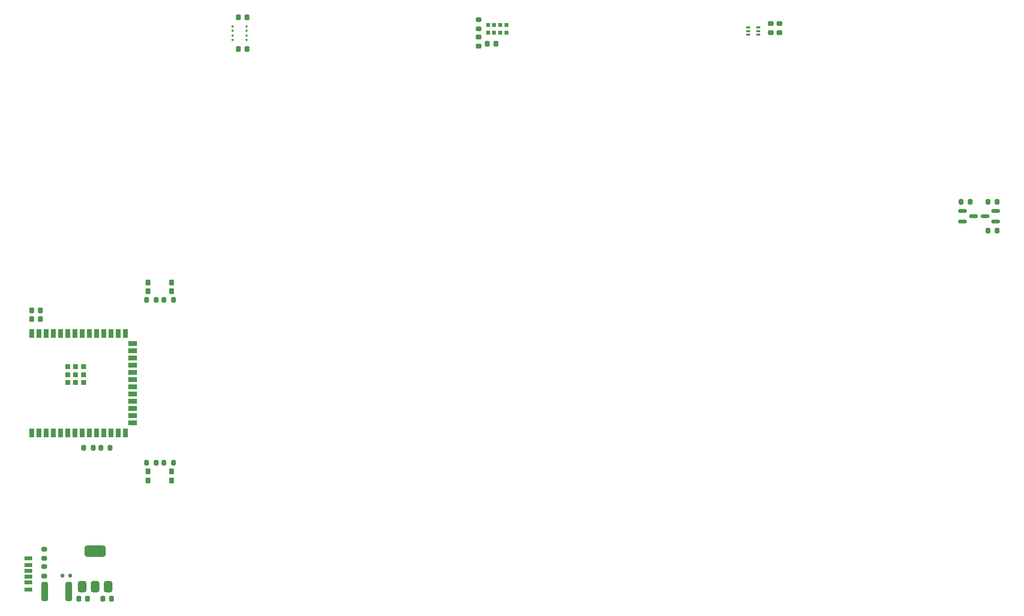
<source format=gbr>
%TF.GenerationSoftware,KiCad,Pcbnew,8.0.9*%
%TF.CreationDate,2025-09-15T10:43:43+02:00*%
%TF.ProjectId,iot_weatherstation_full_vcut,696f745f-7765-4617-9468-657273746174,rev?*%
%TF.SameCoordinates,Original*%
%TF.FileFunction,Paste,Bot*%
%TF.FilePolarity,Positive*%
%FSLAX46Y46*%
G04 Gerber Fmt 4.6, Leading zero omitted, Abs format (unit mm)*
G04 Created by KiCad (PCBNEW 8.0.9) date 2025-09-15 10:43:43*
%MOMM*%
%LPD*%
G01*
G04 APERTURE LIST*
G04 Aperture macros list*
%AMRoundRect*
0 Rectangle with rounded corners*
0 $1 Rounding radius*
0 $2 $3 $4 $5 $6 $7 $8 $9 X,Y pos of 4 corners*
0 Add a 4 corners polygon primitive as box body*
4,1,4,$2,$3,$4,$5,$6,$7,$8,$9,$2,$3,0*
0 Add four circle primitives for the rounded corners*
1,1,$1+$1,$2,$3*
1,1,$1+$1,$4,$5*
1,1,$1+$1,$6,$7*
1,1,$1+$1,$8,$9*
0 Add four rect primitives between the rounded corners*
20,1,$1+$1,$2,$3,$4,$5,0*
20,1,$1+$1,$4,$5,$6,$7,0*
20,1,$1+$1,$6,$7,$8,$9,0*
20,1,$1+$1,$8,$9,$2,$3,0*%
G04 Aperture macros list end*
%ADD10RoundRect,0.200000X-0.275000X0.200000X-0.275000X-0.200000X0.275000X-0.200000X0.275000X0.200000X0*%
%ADD11RoundRect,0.225000X-0.225000X-0.250000X0.225000X-0.250000X0.225000X0.250000X-0.225000X0.250000X0*%
%ADD12RoundRect,0.200000X0.200000X0.275000X-0.200000X0.275000X-0.200000X-0.275000X0.200000X-0.275000X0*%
%ADD13RoundRect,0.225000X0.225000X0.275000X-0.225000X0.275000X-0.225000X-0.275000X0.225000X-0.275000X0*%
%ADD14RoundRect,0.200000X-0.200000X-0.275000X0.200000X-0.275000X0.200000X0.275000X-0.200000X0.275000X0*%
%ADD15RoundRect,0.225000X0.225000X0.250000X-0.225000X0.250000X-0.225000X-0.250000X0.225000X-0.250000X0*%
%ADD16RoundRect,0.200000X0.275000X-0.200000X0.275000X0.200000X-0.275000X0.200000X-0.275000X-0.200000X0*%
%ADD17RoundRect,0.150000X0.587500X0.150000X-0.587500X0.150000X-0.587500X-0.150000X0.587500X-0.150000X0*%
%ADD18R,1.400000X0.700000*%
%ADD19R,1.400000X0.760000*%
%ADD20R,1.400000X0.800000*%
%ADD21R,0.725000X0.700000*%
%ADD22RoundRect,0.375000X0.375000X-0.625000X0.375000X0.625000X-0.375000X0.625000X-0.375000X-0.625000X0*%
%ADD23RoundRect,0.500000X1.400000X-0.500000X1.400000X0.500000X-1.400000X0.500000X-1.400000X-0.500000X0*%
%ADD24R,0.900000X1.500000*%
%ADD25R,1.500000X0.900000*%
%ADD26R,0.900000X0.900000*%
%ADD27R,0.650000X0.300000*%
%ADD28RoundRect,0.225000X-0.250000X0.225000X-0.250000X-0.225000X0.250000X-0.225000X0.250000X0.225000X0*%
%ADD29RoundRect,0.150000X0.150000X0.200000X-0.150000X0.200000X-0.150000X-0.200000X0.150000X-0.200000X0*%
%ADD30RoundRect,0.100000X0.100000X0.100000X-0.100000X0.100000X-0.100000X-0.100000X0.100000X-0.100000X0*%
%ADD31RoundRect,0.225000X-0.225000X-0.275000X0.225000X-0.275000X0.225000X0.275000X-0.225000X0.275000X0*%
%ADD32RoundRect,0.150000X-0.587500X-0.150000X0.587500X-0.150000X0.587500X0.150000X-0.587500X0.150000X0*%
%ADD33RoundRect,0.250000X0.312500X1.450000X-0.312500X1.450000X-0.312500X-1.450000X0.312500X-1.450000X0*%
%ADD34RoundRect,0.225000X0.250000X-0.225000X0.250000X0.225000X-0.250000X0.225000X-0.250000X-0.225000X0*%
G04 APERTURE END LIST*
D10*
%TO.C,R11*%
X140095903Y-206363200D03*
X140095903Y-208013200D03*
%TD*%
D11*
%TO.C,C5*%
X146202400Y-212013800D03*
X147752400Y-212013800D03*
%TD*%
D12*
%TO.C,R9*%
X303288200Y-142113000D03*
X301638200Y-142113000D03*
%TD*%
D13*
%TO.C,SW1*%
X162560000Y-157873600D03*
X158460000Y-157873600D03*
X162560000Y-156273600D03*
X158460000Y-156273600D03*
%TD*%
D14*
%TO.C,R6*%
X147077000Y-185407000D03*
X148727000Y-185407000D03*
%TD*%
D11*
%TO.C,C7*%
X174311763Y-115185585D03*
X175861763Y-115185585D03*
%TD*%
%TO.C,C6*%
X150444200Y-212013800D03*
X151994200Y-212013800D03*
%TD*%
D15*
%TO.C,C3*%
X219704718Y-114248404D03*
X218154718Y-114248404D03*
%TD*%
D14*
%TO.C,R1*%
X161221200Y-159385000D03*
X162871200Y-159385000D03*
%TD*%
D16*
%TO.C,R10*%
X140131800Y-204927200D03*
X140131800Y-203277200D03*
%TD*%
D14*
%TO.C,R4*%
X158203000Y-188061600D03*
X159853000Y-188061600D03*
%TD*%
D15*
%TO.C,C1*%
X139482200Y-162724800D03*
X137932200Y-162724800D03*
%TD*%
D17*
%TO.C,Q1*%
X307744100Y-143677600D03*
X307744100Y-145577600D03*
X305869100Y-144627600D03*
%TD*%
D18*
%TO.C,J1*%
X137338400Y-208143000D03*
D19*
X137338400Y-206123000D03*
D20*
X137338400Y-204893000D03*
D18*
X137338400Y-207143000D03*
D19*
X137338400Y-209163000D03*
D20*
X137338400Y-210393000D03*
%TD*%
D21*
%TO.C,IC2*%
X221555291Y-112309414D03*
X220480291Y-112309414D03*
X219405291Y-112309414D03*
X218330291Y-112309414D03*
X218330291Y-110909414D03*
X219405291Y-110909414D03*
X220480291Y-110909414D03*
X221555291Y-110909414D03*
%TD*%
D22*
%TO.C,U1*%
X151398900Y-209906000D03*
X149098900Y-209906000D03*
D23*
X149098900Y-203606000D03*
D22*
X146798900Y-209906000D03*
%TD*%
D24*
%TO.C,IC1*%
X137945200Y-165316200D03*
X139215200Y-165316200D03*
X140485200Y-165316200D03*
X141755200Y-165316200D03*
X143025200Y-165316200D03*
X144295200Y-165316200D03*
X145565200Y-165316200D03*
X146835200Y-165316200D03*
X148105200Y-165316200D03*
X149375200Y-165316200D03*
X150645200Y-165316200D03*
X151915200Y-165316200D03*
X153185200Y-165316200D03*
X154455200Y-165316200D03*
D25*
X155705200Y-167081200D03*
X155705200Y-168351200D03*
X155705200Y-169621200D03*
X155705200Y-170891200D03*
X155705200Y-172161200D03*
X155705200Y-173431200D03*
X155705200Y-174701200D03*
X155705200Y-175971200D03*
X155705200Y-177241200D03*
X155705200Y-178511200D03*
X155705200Y-179781200D03*
X155705200Y-181051200D03*
D24*
X154455200Y-182816200D03*
X153185200Y-182816200D03*
X151915200Y-182816200D03*
X150645200Y-182816200D03*
X149375200Y-182816200D03*
X148105200Y-182816200D03*
X146835200Y-182816200D03*
X145565200Y-182816200D03*
X144295200Y-182816200D03*
X143025200Y-182816200D03*
X141755200Y-182816200D03*
X140485200Y-182816200D03*
X139215200Y-182816200D03*
X137945200Y-182816200D03*
D26*
X145665200Y-172566200D03*
X144265200Y-172566200D03*
X144265200Y-171166200D03*
X145665200Y-171166200D03*
X147065200Y-171166200D03*
X147065200Y-172566200D03*
X147065200Y-173966200D03*
X145665200Y-173966200D03*
X144265200Y-173966200D03*
%TD*%
D27*
%TO.C,U3*%
X265980669Y-111364015D03*
X265980669Y-112014015D03*
X265980669Y-112664015D03*
X264180669Y-112664015D03*
X264180669Y-112014015D03*
X264180669Y-111364015D03*
%TD*%
D28*
%TO.C,C10*%
X269676570Y-110703088D03*
X269676570Y-112253088D03*
%TD*%
D29*
%TO.C,D6*%
X143332903Y-208001000D03*
X144732903Y-208001000D03*
%TD*%
D15*
%TO.C,C2*%
X139482200Y-161188400D03*
X137932200Y-161188400D03*
%TD*%
D30*
%TO.C,U2*%
X173334411Y-111188144D03*
X173334411Y-111988144D03*
X173334411Y-112788144D03*
X173334411Y-113588144D03*
X175734411Y-113588144D03*
X175734411Y-112788144D03*
X175734411Y-111988144D03*
X175734411Y-111188144D03*
%TD*%
D14*
%TO.C,R7*%
X306413400Y-147142200D03*
X308063400Y-147142200D03*
%TD*%
D31*
%TO.C,SW2*%
X158452600Y-189573000D03*
X162552600Y-189573000D03*
X158452600Y-191173000D03*
X162552600Y-191173000D03*
%TD*%
D12*
%TO.C,R8*%
X308063400Y-142113000D03*
X306413400Y-142113000D03*
%TD*%
%TO.C,R5*%
X151749600Y-185407000D03*
X150099600Y-185407000D03*
%TD*%
D32*
%TO.C,Q2*%
X301968000Y-145566400D03*
X301968000Y-143666400D03*
X303843000Y-144616400D03*
%TD*%
D16*
%TO.C,R15*%
X216631702Y-111650721D03*
X216631702Y-110000721D03*
%TD*%
D28*
%TO.C,C9*%
X268146539Y-110703478D03*
X268146539Y-112253478D03*
%TD*%
D33*
%TO.C,F2*%
X144468603Y-210769600D03*
X140193603Y-210769600D03*
%TD*%
D14*
%TO.C,R2*%
X161239200Y-188061600D03*
X162889200Y-188061600D03*
%TD*%
D34*
%TO.C,C4*%
X216632342Y-114622561D03*
X216632342Y-113072561D03*
%TD*%
D14*
%TO.C,R3*%
X158173200Y-159385000D03*
X159823200Y-159385000D03*
%TD*%
D15*
%TO.C,C8*%
X175862866Y-109573267D03*
X174312866Y-109573267D03*
%TD*%
M02*

</source>
